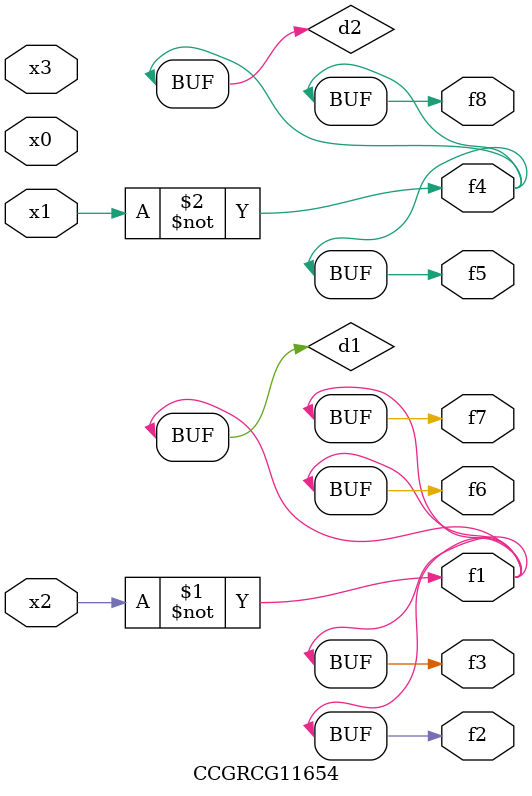
<source format=v>
module CCGRCG11654(
	input x0, x1, x2, x3,
	output f1, f2, f3, f4, f5, f6, f7, f8
);

	wire d1, d2;

	xnor (d1, x2);
	not (d2, x1);
	assign f1 = d1;
	assign f2 = d1;
	assign f3 = d1;
	assign f4 = d2;
	assign f5 = d2;
	assign f6 = d1;
	assign f7 = d1;
	assign f8 = d2;
endmodule

</source>
